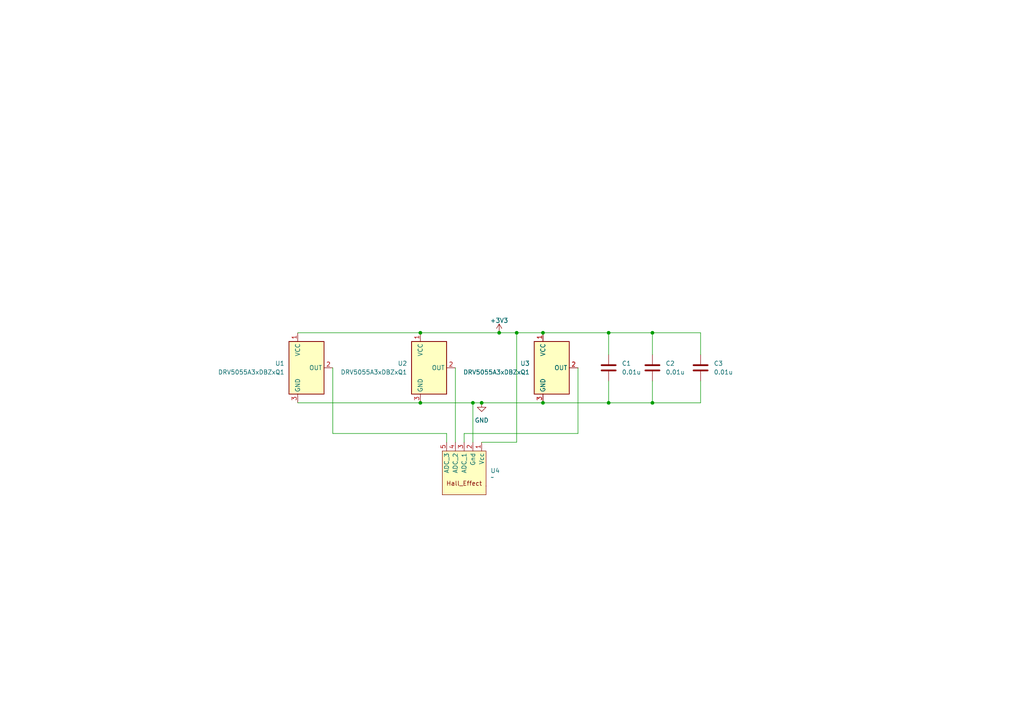
<source format=kicad_sch>
(kicad_sch (version 20231120) (generator "eeschema") (generator_version "8.0")
  (paper "A4")
  (lib_symbols
    (symbol "Device:C" (pin_numbers hide) (pin_names (offset 0.254))
      (property "Reference" "C" (at 0.635 2.54 0))
      (property "Value" "C" (at 0.635 -2.54 0))
      (symbol "C_0_1"
        (polyline (pts (xy -2.032 -0.762) (xy 2.032 -0.762)) (stroke (width 0.508)))
        (polyline (pts (xy -2.032 0.762) (xy 2.032 0.762)) (stroke (width 0.508)))
      )
      (symbol "C_1_1"
        (pin passive line (at 0 3.81 270) (length 2.794) (name "~") (number "1"))
        (pin passive line (at 0 -3.81 90) (length 2.794) (name "~") (number "2"))
      )
    )
    (symbol "Sensor_Magnetic:DRV5055A3xDBZxQ1"
      (property "Reference" "U" (at 2.54 12.7 0))
      (property "Value" "DRV5055A3xDBZxQ1" (at 2.54 10.16 0))
      (symbol "DRV5055A3xDBZxQ1_1_1"
        (rectangle (start -5.08 7.62) (end 5.08 -7.62) (stroke (width 0.254)) (fill (type background)))
        (pin power_in line (at -2.54 10.16 270) (length 2.54) (name "VCC") (number "1"))
        (pin output line (at 7.62 0 180) (length 2.54) (name "OUT") (number "2"))
        (pin power_in line (at -2.54 -10.16 90) (length 2.54) (name "GND") (number "3"))
      )
    )
    (symbol "my_symbol_lib:PCB_HallEffect"
      (property "Reference" "U" (at 0 0 0))
      (symbol "PCB_HallEffect_0_1"
        (rectangle (start 12.7 3.81) (end 12.7 3.81))
        (rectangle (start 12.7 3.81) (end 12.7 3.81))
      )
      (symbol "PCB_HallEffect_1_1"
        (rectangle (start 2.54 3.81) (end 15.24 -8.89) (fill (type background)))
        (text "Hall_Effect" (at 11.938 -2.54 900) (effects (font (size 1.27 1.27))))
        (pin power_in line (at 0 2.54 0) (length 2.54) (name "Vcc") (number "1"))
        (pin power_in line (at 0 0 0) (length 2.54) (name "Gnd") (number "2"))
        (pin bidirectional line (at 0 -2.54 0) (length 2.54) (name "ADC_1") (number "3"))
        (pin bidirectional line (at 0 -5.08 0) (length 2.54) (name "ADC_2") (number "4"))
        (pin bidirectional line (at 0 -7.62 0) (length 2.54) (name "ADC_3") (number "5"))
      )
    )
    (symbol "power:+3V3" (power) (pin_numbers hide) (pin_names (offset 0) hide)
      (property "Value" "+3V3" (at 0 3.556 0))
      (symbol "+3V3_0_1"
        (polyline (pts (xy -0.762 1.27) (xy 0 2.54)))
        (polyline (pts (xy 0 0) (xy 0 2.54)))
        (polyline (pts (xy 0 2.54) (xy 0.762 1.27)))
      )
      (symbol "+3V3_1_1"
        (pin power_in line (at 0 0 90) (length 0) (name "~") (number "1"))
      )
    )
    (symbol "power:GND" (power) (pin_numbers hide) (pin_names (offset 0) hide)
      (property "Value" "GND" (at 0 -3.81 0))
      (symbol "GND_0_1"
        (polyline (pts (xy 0 0) (xy 0 -1.27) (xy 1.27 -1.27) (xy 0 -2.54) (xy -1.27 -1.27) (xy 0 -1.27)))
      )
      (symbol "GND_1_1"
        (pin power_in line (at 0 0 270) (length 0) (name "~") (number "1"))
      )
    )
  )
  (junction (at 176.53 96.52))
  (junction (at 137.16 116.84))
  (junction (at 139.7 116.84))
  (junction (at 189.23 116.84))
  (junction (at 144.78 96.52))
  (junction (at 176.53 116.84))
  (junction (at 157.48 116.84))
  (junction (at 149.86 96.52))
  (junction (at 121.92 116.84))
  (junction (at 189.23 96.52))
  (junction (at 121.92 96.52))
  (junction (at 157.48 96.52))
  (wire (pts (xy 176.53 96.52) (xy 176.53 102.87)))
  (wire (pts (xy 203.2 110.49) (xy 203.2 116.84)))
  (wire (pts (xy 96.52 125.73) (xy 96.52 106.68)))
  (wire (pts (xy 137.16 116.84) (xy 139.7 116.84)))
  (wire (pts (xy 139.7 116.84) (xy 157.48 116.84)))
  (wire (pts (xy 157.48 116.84) (xy 176.53 116.84)))
  (wire (pts (xy 149.86 96.52) (xy 149.86 128.27)))
  (wire (pts (xy 144.78 96.52) (xy 149.86 96.52)))
  (wire (pts (xy 129.54 128.27) (xy 129.54 125.73)))
  (wire (pts (xy 134.62 125.73) (xy 167.64 125.73)))
  (wire (pts (xy 149.86 96.52) (xy 157.48 96.52)))
  (wire (pts (xy 189.23 96.52) (xy 203.2 96.52)))
  (wire (pts (xy 189.23 96.52) (xy 176.53 96.52)))
  (wire (pts (xy 189.23 116.84) (xy 176.53 116.84)))
  (wire (pts (xy 149.86 128.27) (xy 139.7 128.27)))
  (wire (pts (xy 203.2 96.52) (xy 203.2 102.87)))
  (wire (pts (xy 157.48 96.52) (xy 176.53 96.52)))
  (wire (pts (xy 189.23 110.49) (xy 189.23 116.84)))
  (wire (pts (xy 129.54 125.73) (xy 96.52 125.73)))
  (wire (pts (xy 167.64 125.73) (xy 167.64 106.68)))
  (wire (pts (xy 203.2 116.84) (xy 189.23 116.84)))
  (wire (pts (xy 176.53 116.84) (xy 176.53 110.49)))
  (wire (pts (xy 137.16 116.84) (xy 137.16 128.27)))
  (wire (pts (xy 132.08 106.68) (xy 132.08 128.27)))
  (wire (pts (xy 86.36 116.84) (xy 121.92 116.84)))
  (wire (pts (xy 134.62 128.27) (xy 134.62 125.73)))
  (wire (pts (xy 121.92 96.52) (xy 144.78 96.52)))
  (wire (pts (xy 121.92 116.84) (xy 137.16 116.84)))
  (wire (pts (xy 189.23 102.87) (xy 189.23 96.52)))
  (wire (pts (xy 86.36 96.52) (xy 121.92 96.52)))
  (symbol (lib_id "Device:C") (at 176.53 106.68 0) (unit 1)
    (property "Reference" "C1" (at 180.34 105.4099 0) (effects (justify left)))
    (property "Value" "0.01u" (at 180.34 107.9499 0) (effects (justify left)))
    (property "Footprint" "Capacitor_SMD:C_0603_1608Metric" (effects (hide yes)))
    (property "Description" "Unpolarized capacitor" (effects (hide yes)))
  )
  (symbol (lib_id "Sensor_Magnetic:DRV5055A3xDBZxQ1") (at 160.02 106.68 0) (unit 1)
    (property "Reference" "U3" (at 153.67 105.4099 0) (effects (justify right)))
    (property "Value" "DRV5055A3xDBZxQ1" (at 153.67 107.9499 0) (effects (justify right)))
    (property "Footprint" "Package_TO_SOT_SMD:SOT-23" (effects (hide yes)))
    (property "Datasheet" "https://www.ti.com/lit/ds/symlink/drv5055-q1.pdf" (effects (hide yes)))
    (property "Description" "25 mV/mT,±85-mT, 20-kHz, 3.3/5V, SOT-23" (effects (hide yes)))
  )
  (symbol (lib_id "power:+3V3") (at 144.78 96.52 0) (unit 1)
    (property "Reference" "#PWR01" (effects (hide yes)))
    (property "Value" "+3V3" (at 144.78 92.964 0))
    (property "Description" "Power symbol creates a global label with name \"+3V3\"" (effects (hide yes)))
  )
  (symbol (lib_id "Sensor_Magnetic:DRV5055A3xDBZxQ1") (at 124.46 106.68 0) (unit 1)
    (property "Reference" "U2" (at 118.11 105.4099 0) (effects (justify right)))
    (property "Value" "DRV5055A3xDBZxQ1" (at 118.11 107.9499 0) (effects (justify right)))
    (property "Footprint" "Package_TO_SOT_SMD:SOT-23" (effects (hide yes)))
    (property "Datasheet" "https://www.ti.com/lit/ds/symlink/drv5055-q1.pdf" (effects (hide yes)))
    (property "Description" "25 mV/mT,±85-mT, 20-kHz, 3.3/5V, SOT-23" (effects (hide yes)))
  )
  (symbol (lib_id "my_symbol_lib:PCB_HallEffect") (at 137.16 128.27 270) (unit 1)
    (property "Reference" "U4" (at 142.24 136.5249 90) (effects (justify left)))
    (property "Value" "~" (at 142.24 138.43 90) (effects (justify left)))
    (property "Footprint" "my_custom_lib:PCB_HallEffect" (effects (hide yes)))
  )
  (symbol (lib_id "Device:C") (at 203.2 106.68 0) (unit 1)
    (property "Reference" "C3" (at 207.01 105.4099 0) (effects (justify left)))
    (property "Value" "0.01u" (at 207.01 107.9499 0) (effects (justify left)))
    (property "Footprint" "Capacitor_SMD:C_0603_1608Metric" (effects (hide yes)))
    (property "Description" "Unpolarized capacitor" (effects (hide yes)))
  )
  (symbol (lib_id "Device:C") (at 189.23 106.68 0) (unit 1)
    (property "Reference" "C2" (at 193.04 105.4099 0) (effects (justify left)))
    (property "Value" "0.01u" (at 193.04 107.9499 0) (effects (justify left)))
    (property "Footprint" "Capacitor_SMD:C_0603_1608Metric" (effects (hide yes)))
    (property "Description" "Unpolarized capacitor" (effects (hide yes)))
  )
  (symbol (lib_id "power:GND") (at 139.7 116.84 0) (unit 1)
    (property "Reference" "#PWR02" (effects (hide yes)))
    (property "Value" "GND" (at 139.7 121.92 0))
    (property "Description" "Power symbol creates a global label with name \"GND\" , ground" (effects (hide yes)))
  )
  (symbol (lib_id "Sensor_Magnetic:DRV5055A3xDBZxQ1") (at 88.9 106.68 0) (unit 1)
    (property "Reference" "U1" (at 82.55 105.4099 0) (effects (justify right)))
    (property "Value" "DRV5055A3xDBZxQ1" (at 82.55 107.9499 0) (effects (justify right)))
    (property "Footprint" "Package_TO_SOT_SMD:SOT-23" (effects (hide yes)))
    (property "Datasheet" "https://www.ti.com/lit/ds/symlink/drv5055-q1.pdf" (effects (hide yes)))
    (property "Description" "25 mV/mT,±85-mT, 20-kHz, 3.3/5V, SOT-23" (effects (hide yes)))
  )
)
</source>
